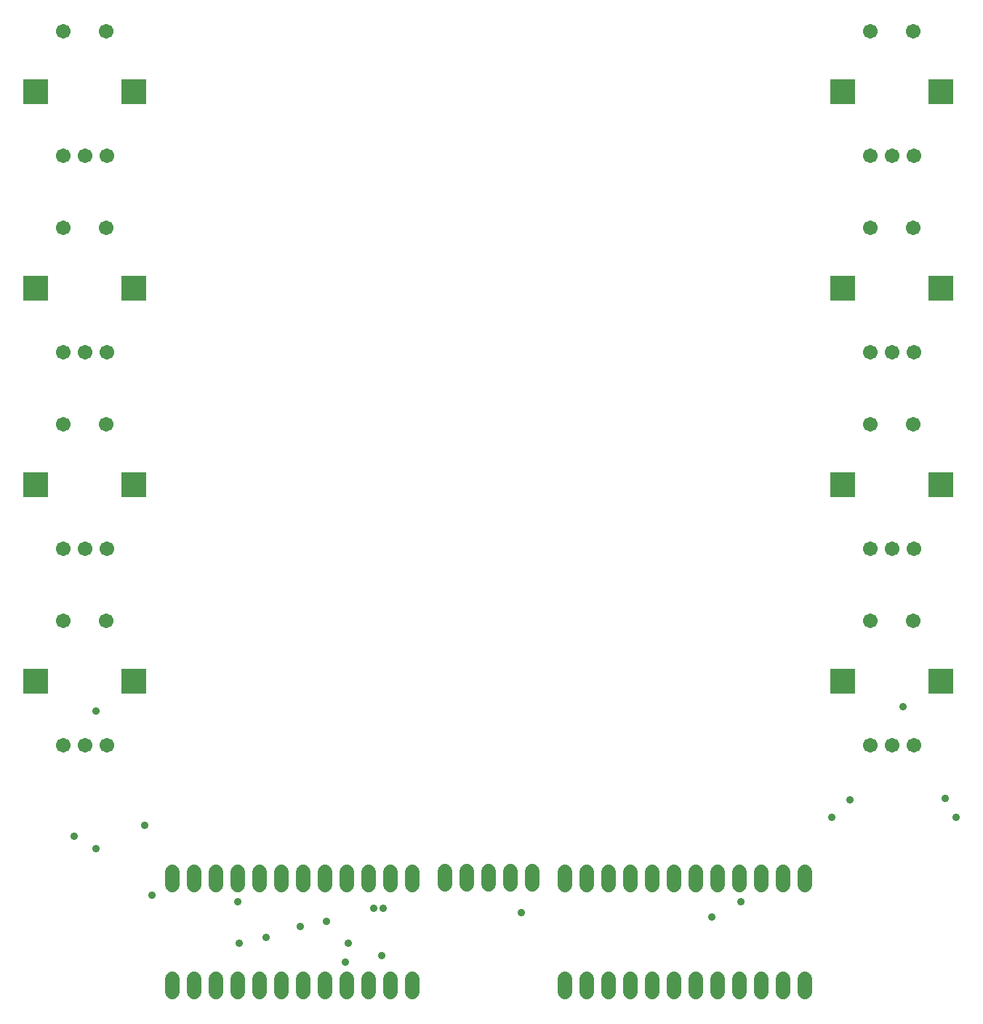
<source format=gbr>
G04 EAGLE Gerber RS-274X export*
G75*
%MOMM*%
%FSLAX34Y34*%
%LPD*%
%INSoldermask Bottom*%
%IPPOS*%
%AMOC8*
5,1,8,0,0,1.08239X$1,22.5*%
G01*
G04 Define Apertures*
%ADD10C,1.711200*%
%ADD11R,2.903200X2.903200*%
%ADD12C,1.727200*%
%ADD13C,0.914400*%
D10*
X-469900Y966400D03*
X-494900Y966400D03*
X-444400Y966400D03*
X-494900Y1111400D03*
X-444900Y1111400D03*
D11*
X-526900Y1041400D03*
X-412900Y1041400D03*
D10*
X-469900Y737800D03*
X-494900Y737800D03*
X-444400Y737800D03*
X-494900Y882800D03*
X-444900Y882800D03*
D11*
X-526900Y812800D03*
X-412900Y812800D03*
D10*
X-469900Y509200D03*
X-494900Y509200D03*
X-444400Y509200D03*
X-494900Y654200D03*
X-444900Y654200D03*
D11*
X-526900Y584200D03*
X-412900Y584200D03*
D10*
X-469900Y280600D03*
X-494900Y280600D03*
X-444400Y280600D03*
X-494900Y425600D03*
X-444900Y425600D03*
D11*
X-526900Y355600D03*
X-412900Y355600D03*
D10*
X469900Y966400D03*
X444900Y966400D03*
X495400Y966400D03*
X444900Y1111400D03*
X494900Y1111400D03*
D11*
X412900Y1041400D03*
X526900Y1041400D03*
D10*
X469900Y737800D03*
X444900Y737800D03*
X495400Y737800D03*
X444900Y882800D03*
X494900Y882800D03*
D11*
X412900Y812800D03*
X526900Y812800D03*
D10*
X469900Y509200D03*
X444900Y509200D03*
X495400Y509200D03*
X444900Y654200D03*
X494900Y654200D03*
D11*
X412900Y584200D03*
X526900Y584200D03*
D10*
X469900Y280600D03*
X444900Y280600D03*
X495400Y280600D03*
X444900Y425600D03*
X494900Y425600D03*
D11*
X412900Y355600D03*
X526900Y355600D03*
D12*
X-88900Y133458D02*
X-88900Y118218D01*
X-114300Y118218D02*
X-114300Y133458D01*
X-139700Y133458D02*
X-139700Y118218D01*
X-165100Y118218D02*
X-165100Y133458D01*
X-190500Y133458D02*
X-190500Y118218D01*
X-215900Y118218D02*
X-215900Y133458D01*
X-241300Y133458D02*
X-241300Y118218D01*
X-266700Y118218D02*
X-266700Y133458D01*
X-292100Y133458D02*
X-292100Y118218D01*
X-317500Y118218D02*
X-317500Y133458D01*
X-342900Y133458D02*
X-342900Y118218D01*
X-368300Y118218D02*
X-368300Y133458D01*
X-88900Y8782D02*
X-88900Y-6458D01*
X-114300Y-6458D02*
X-114300Y8782D01*
X-139700Y8782D02*
X-139700Y-6458D01*
X-165100Y-6458D02*
X-165100Y8782D01*
X-190500Y8782D02*
X-190500Y-6458D01*
X-215900Y-6458D02*
X-215900Y8782D01*
X-241300Y8782D02*
X-241300Y-6458D01*
X-266700Y-6458D02*
X-266700Y8782D01*
X-292100Y8782D02*
X-292100Y-6458D01*
X-317500Y-6458D02*
X-317500Y8782D01*
X-342900Y8782D02*
X-342900Y-6458D01*
X-368300Y-6458D02*
X-368300Y8782D01*
X368300Y118218D02*
X368300Y133458D01*
X342900Y133458D02*
X342900Y118218D01*
X317500Y118218D02*
X317500Y133458D01*
X292100Y133458D02*
X292100Y118218D01*
X266700Y118218D02*
X266700Y133458D01*
X241300Y133458D02*
X241300Y118218D01*
X215900Y118218D02*
X215900Y133458D01*
X190500Y133458D02*
X190500Y118218D01*
X165100Y118218D02*
X165100Y133458D01*
X139700Y133458D02*
X139700Y118218D01*
X114300Y118218D02*
X114300Y133458D01*
X88900Y133458D02*
X88900Y118218D01*
X368300Y8782D02*
X368300Y-6458D01*
X342900Y-6458D02*
X342900Y8782D01*
X317500Y8782D02*
X317500Y-6458D01*
X292100Y-6458D02*
X292100Y8782D01*
X266700Y8782D02*
X266700Y-6458D01*
X241300Y-6458D02*
X241300Y8782D01*
X215900Y8782D02*
X215900Y-6458D01*
X190500Y-6458D02*
X190500Y8782D01*
X165100Y8782D02*
X165100Y-6458D01*
X139700Y-6458D02*
X139700Y8782D01*
X114300Y8782D02*
X114300Y-6458D01*
X88900Y-6458D02*
X88900Y8782D01*
X-50800Y119380D02*
X-50800Y134620D01*
X-25400Y134620D02*
X-25400Y119380D01*
X0Y119380D02*
X0Y134620D01*
X25400Y134620D02*
X25400Y119380D01*
X50800Y119380D02*
X50800Y134620D01*
D13*
X-400050Y187325D03*
X544513Y196850D03*
X-166688Y28575D03*
X-482600Y174625D03*
X260350Y80963D03*
X-290513Y50800D03*
X531813Y219075D03*
X-258763Y57150D03*
X293688Y98425D03*
X-457200Y320675D03*
X-457200Y160338D03*
X-219075Y69850D03*
X400050Y196850D03*
X-392113Y106363D03*
X-188913Y76200D03*
X-133350Y91059D03*
X-122238Y91059D03*
X-123825Y36513D03*
X-163513Y50800D03*
X482600Y325438D03*
X-292100Y98425D03*
X38100Y85725D03*
X420688Y217488D03*
M02*

</source>
